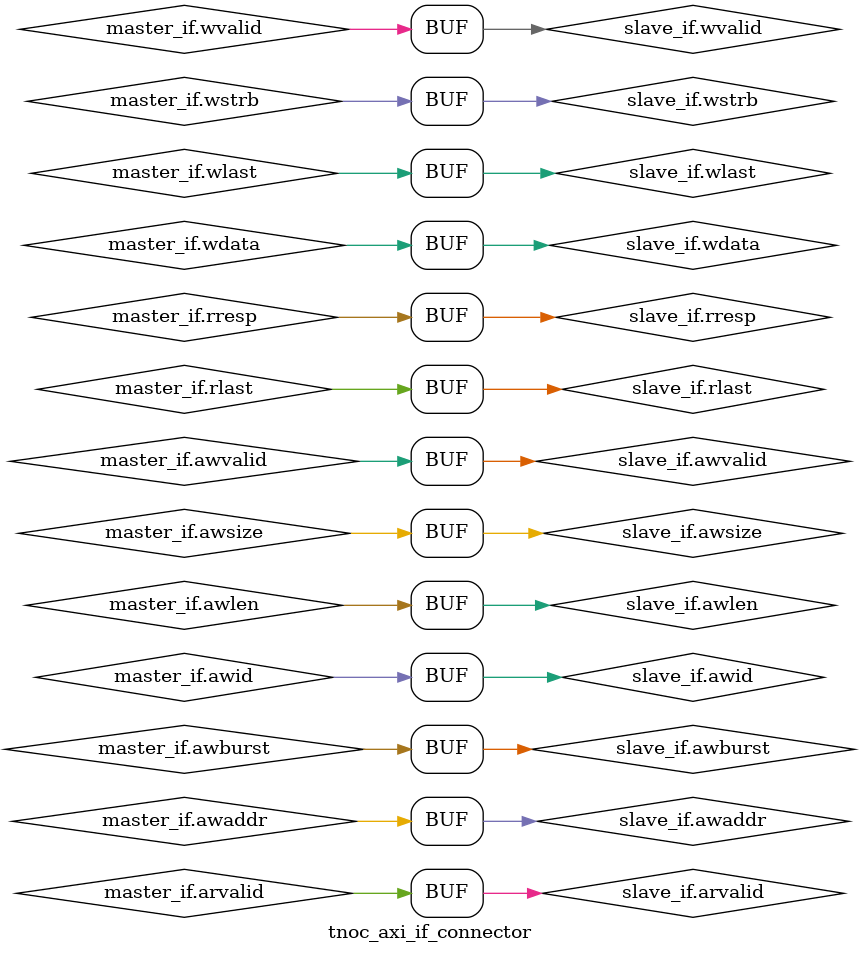
<source format=sv>
module tnoc_axi_if_connector (
  tnoc_axi_if.slave   slave_if,
  tnoc_axi_if.master  master_if
);
  always_comb begin
    master_if.awvalid = slave_if.awvalid;
    slave_if.awready  = master_if.awready;
    master_if.awid    = slave_if.awid;
    master_if.awaddr  = slave_if.awaddr;
    master_if.awlen   = slave_if.awlen;
    master_if.awsize  = slave_if.awsize;
    master_if.awburst = slave_if.awburst;
    master_if.wvalid  = slave_if.wvalid;
    slave_if.wready   = master_if.wready;
    master_if.wdata   = slave_if.wdata;
    master_if.wstrb   = slave_if.wstrb;
    master_if.wlast   = slave_if.wlast;
    slave_if.bvalid   = master_if.bvalid;
    master_if.bready  = slave_if.bready;
    slave_if.bid      = master_if.bid;
    slave_if.bresp    = master_if.bresp;
  end

  always_comb begin
    master_if.arvalid = slave_if.arvalid;
    slave_if.arready  = master_if.arready;
    master_if.arid    = slave_if.arid;
    master_if.araddr  = slave_if.araddr;
    master_if.arlen   = slave_if.arlen;
    master_if.arsize  = slave_if.arsize;
    master_if.arburst = slave_if.arburst;
    slave_if.rvalid   = master_if.rvalid;
    master_if.rready  = slave_if.rready;
    slave_if.rid      = master_if.rid;
    slave_if.rdata    = master_if.rdata;
    slave_if.rresp    = master_if.rresp;
    slave_if.rlast    = master_if.rlast;
  end
endmodule

</source>
